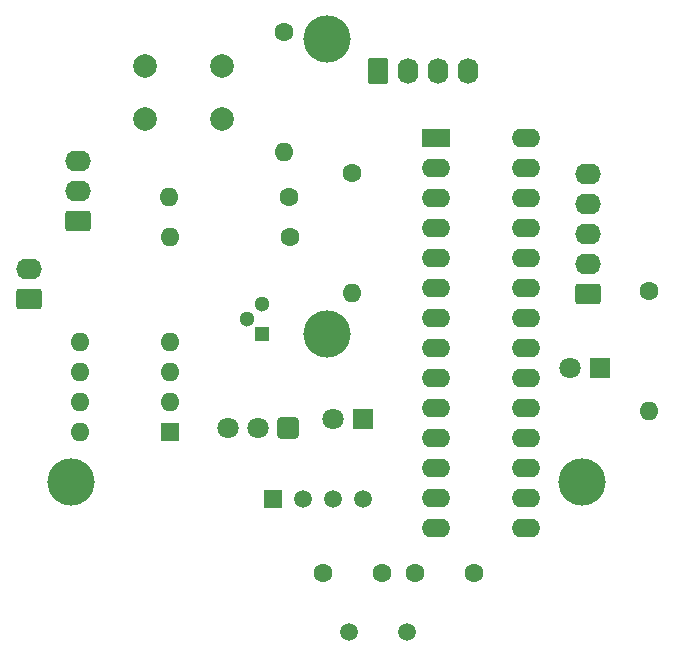
<source format=gbr>
%TF.GenerationSoftware,KiCad,Pcbnew,(6.0.7-1)-1*%
%TF.CreationDate,2022-10-17T13:14:11+05:30*%
%TF.ProjectId,Ac Temp Control ,41632054-656d-4702-9043-6f6e74726f6c,rev?*%
%TF.SameCoordinates,Original*%
%TF.FileFunction,Copper,L2,Bot*%
%TF.FilePolarity,Positive*%
%FSLAX46Y46*%
G04 Gerber Fmt 4.6, Leading zero omitted, Abs format (unit mm)*
G04 Created by KiCad (PCBNEW (6.0.7-1)-1) date 2022-10-17 13:14:11*
%MOMM*%
%LPD*%
G01*
G04 APERTURE LIST*
G04 Aperture macros list*
%AMRoundRect*
0 Rectangle with rounded corners*
0 $1 Rounding radius*
0 $2 $3 $4 $5 $6 $7 $8 $9 X,Y pos of 4 corners*
0 Add a 4 corners polygon primitive as box body*
4,1,4,$2,$3,$4,$5,$6,$7,$8,$9,$2,$3,0*
0 Add four circle primitives for the rounded corners*
1,1,$1+$1,$2,$3*
1,1,$1+$1,$4,$5*
1,1,$1+$1,$6,$7*
1,1,$1+$1,$8,$9*
0 Add four rect primitives between the rounded corners*
20,1,$1+$1,$2,$3,$4,$5,0*
20,1,$1+$1,$4,$5,$6,$7,0*
20,1,$1+$1,$6,$7,$8,$9,0*
20,1,$1+$1,$8,$9,$2,$3,0*%
G04 Aperture macros list end*
%TA.AperFunction,ComponentPad*%
%ADD10R,2.400000X1.600000*%
%TD*%
%TA.AperFunction,ComponentPad*%
%ADD11O,2.400000X1.600000*%
%TD*%
%TA.AperFunction,ComponentPad*%
%ADD12C,1.500000*%
%TD*%
%TA.AperFunction,ComponentPad*%
%ADD13C,1.600000*%
%TD*%
%TA.AperFunction,ComponentPad*%
%ADD14O,1.600000X1.600000*%
%TD*%
%TA.AperFunction,ComponentPad*%
%ADD15RoundRect,0.250000X0.845000X-0.620000X0.845000X0.620000X-0.845000X0.620000X-0.845000X-0.620000X0*%
%TD*%
%TA.AperFunction,ComponentPad*%
%ADD16O,2.190000X1.740000*%
%TD*%
%TA.AperFunction,ComponentPad*%
%ADD17C,2.000000*%
%TD*%
%TA.AperFunction,ComponentPad*%
%ADD18R,1.600000X1.600000*%
%TD*%
%TA.AperFunction,ComponentPad*%
%ADD19RoundRect,0.250000X-0.620000X-0.845000X0.620000X-0.845000X0.620000X0.845000X-0.620000X0.845000X0*%
%TD*%
%TA.AperFunction,ComponentPad*%
%ADD20O,1.740000X2.190000*%
%TD*%
%TA.AperFunction,ComponentPad*%
%ADD21R,1.800000X1.800000*%
%TD*%
%TA.AperFunction,ComponentPad*%
%ADD22C,1.800000*%
%TD*%
%TA.AperFunction,ComponentPad*%
%ADD23RoundRect,0.250200X0.649800X0.649800X-0.649800X0.649800X-0.649800X-0.649800X0.649800X-0.649800X0*%
%TD*%
%TA.AperFunction,ComponentPad*%
%ADD24R,1.300000X1.300000*%
%TD*%
%TA.AperFunction,ComponentPad*%
%ADD25C,1.300000*%
%TD*%
%TA.AperFunction,ComponentPad*%
%ADD26R,1.500000X1.500000*%
%TD*%
%TA.AperFunction,ViaPad*%
%ADD27C,4.000000*%
%TD*%
G04 APERTURE END LIST*
D10*
%TO.P,U1,1,~{RESET}/PC6*%
%TO.N,Net-(R3-Pad1)*%
X153781802Y-87906802D03*
D11*
%TO.P,U1,2,PD0*%
%TO.N,Net-(U1-Pad2)*%
X153781802Y-90446802D03*
%TO.P,U1,3,PD1*%
%TO.N,Net-(R1-Pad1)*%
X153781802Y-92986802D03*
%TO.P,U1,4,PD2*%
%TO.N,Net-(U1-Pad4)*%
X153781802Y-95526802D03*
%TO.P,U1,5,PD3*%
%TO.N,Net-(J2-Pad3)*%
X153781802Y-98066802D03*
%TO.P,U1,6,PD4*%
%TO.N,Net-(J2-Pad2)*%
X153781802Y-100606802D03*
%TO.P,U1,7,VCC*%
%TO.N,Net-(D1-Pad2)*%
X153781802Y-103146802D03*
%TO.P,U1,8,GND*%
%TO.N,GND*%
X153781802Y-105686802D03*
%TO.P,U1,9,XTAL1/PB6*%
%TO.N,Net-(C1-Pad1)*%
X153781802Y-108226802D03*
%TO.P,U1,10,XTAL2/PB7*%
%TO.N,Net-(C2-Pad1)*%
X153781802Y-110766802D03*
%TO.P,U1,11,PD5*%
%TO.N,Net-(J2-Pad1)*%
X153781802Y-113306802D03*
%TO.P,U1,12,PD6*%
%TO.N,unconnected-(U1-Pad12)*%
X153781802Y-115846802D03*
%TO.P,U1,13,PD7*%
%TO.N,unconnected-(U1-Pad13)*%
X153781802Y-118386802D03*
%TO.P,U1,14,PB0*%
%TO.N,unconnected-(U1-Pad14)*%
X153781802Y-120926802D03*
%TO.P,U1,15,PB1*%
%TO.N,unconnected-(U1-Pad15)*%
X161401802Y-120926802D03*
%TO.P,U1,16,PB2*%
%TO.N,unconnected-(U1-Pad16)*%
X161401802Y-118386802D03*
%TO.P,U1,17,PB3*%
%TO.N,unconnected-(U1-Pad17)*%
X161401802Y-115846802D03*
%TO.P,U1,18,PB4*%
%TO.N,unconnected-(U1-Pad18)*%
X161401802Y-113306802D03*
%TO.P,U1,19,PB5*%
%TO.N,Net-(R2-Pad2)*%
X161401802Y-110766802D03*
%TO.P,U1,20,AVCC*%
%TO.N,Net-(D1-Pad2)*%
X161401802Y-108226802D03*
%TO.P,U1,21,AREF*%
%TO.N,AREF*%
X161401802Y-105686802D03*
%TO.P,U1,22,GND*%
%TO.N,GND*%
X161401802Y-103146802D03*
%TO.P,U1,23,PC0*%
%TO.N,unconnected-(U1-Pad23)*%
X161401802Y-100606802D03*
%TO.P,U1,24,PC1*%
%TO.N,unconnected-(U1-Pad24)*%
X161401802Y-98066802D03*
%TO.P,U1,25,PC2*%
%TO.N,unconnected-(U1-Pad25)*%
X161401802Y-95526802D03*
%TO.P,U1,26,PC3*%
%TO.N,unconnected-(U1-Pad26)*%
X161401802Y-92986802D03*
%TO.P,U1,27,PC4*%
%TO.N,Net-(DISPLAY1-Pad4)*%
X161401802Y-90446802D03*
%TO.P,U1,28,PC5*%
%TO.N,Net-(DISPLAY1-Pad3)*%
X161401802Y-87906802D03*
%TD*%
D12*
%TO.P,Y1,1,1*%
%TO.N,Net-(C1-Pad1)*%
X146381802Y-129781802D03*
%TO.P,Y1,2,2*%
%TO.N,Net-(C2-Pad1)*%
X151281802Y-129781802D03*
%TD*%
D13*
%TO.P,R3,1*%
%TO.N,Net-(R3-Pad1)*%
X140881802Y-78901802D03*
D14*
%TO.P,R3,2*%
%TO.N,Net-(D1-Pad2)*%
X140881802Y-89061802D03*
%TD*%
D15*
%TO.P,VR1,1,IN*%
%TO.N,Net-(J1-Pad1)*%
X123401802Y-94971802D03*
D16*
%TO.P,VR1,2,GND*%
%TO.N,GND*%
X123401802Y-92431802D03*
%TO.P,VR1,3,OUT*%
%TO.N,Net-(D1-Pad2)*%
X123401802Y-89891802D03*
%TD*%
D17*
%TO.P,SW1,1,1*%
%TO.N,GND*%
X129081802Y-81781802D03*
X135581802Y-81781802D03*
%TO.P,SW1,2,2*%
%TO.N,Net-(R3-Pad1)*%
X129081802Y-86281802D03*
X135581802Y-86281802D03*
%TD*%
D13*
%TO.P,R1,1*%
%TO.N,Net-(R1-Pad1)*%
X146631802Y-90901802D03*
D14*
%TO.P,R1,2*%
%TO.N,Net-(Q1-Pad2)*%
X146631802Y-101061802D03*
%TD*%
D18*
%TO.P,U4,1,A0*%
%TO.N,GND*%
X131231802Y-112781802D03*
D14*
%TO.P,U4,2,A1*%
X131231802Y-110241802D03*
%TO.P,U4,3,A2*%
%TO.N,Net-(D1-Pad2)*%
X131231802Y-107701802D03*
%TO.P,U4,4,GND*%
%TO.N,GND*%
X131231802Y-105161802D03*
%TO.P,U4,5,SDA*%
%TO.N,Net-(DISPLAY1-Pad4)*%
X123611802Y-105161802D03*
%TO.P,U4,6,SCL*%
%TO.N,Net-(DISPLAY1-Pad3)*%
X123611802Y-107701802D03*
%TO.P,U4,7,WP*%
%TO.N,GND*%
X123611802Y-110241802D03*
%TO.P,U4,8,VCC*%
%TO.N,Net-(D1-Pad2)*%
X123611802Y-112781802D03*
%TD*%
D15*
%TO.P,J1,1,Pin_1*%
%TO.N,Net-(J1-Pad1)*%
X119281802Y-101531802D03*
D16*
%TO.P,J1,2,Pin_2*%
%TO.N,GND*%
X119281802Y-98991802D03*
%TD*%
D19*
%TO.P,DISPLAY1,1,GND*%
%TO.N,GND*%
X148871802Y-82201802D03*
D20*
%TO.P,DISPLAY1,2,VCC*%
%TO.N,Net-(D1-Pad2)*%
X151411802Y-82201802D03*
%TO.P,DISPLAY1,3,SCL*%
%TO.N,Net-(DISPLAY1-Pad3)*%
X153951802Y-82201802D03*
%TO.P,DISPLAY1,4,SDA*%
%TO.N,Net-(DISPLAY1-Pad4)*%
X156491802Y-82201802D03*
%TD*%
D13*
%TO.P,C1,1,1*%
%TO.N,Net-(C1-Pad1)*%
X144131802Y-124731802D03*
%TO.P,C1,2,2*%
%TO.N,GND*%
X149131802Y-124731802D03*
%TD*%
D21*
%TO.P,D1,1,K*%
%TO.N,Net-(D1-Pad1)*%
X167631802Y-107381802D03*
D22*
%TO.P,D1,2,A*%
%TO.N,Net-(D1-Pad2)*%
X165091802Y-107381802D03*
%TD*%
D13*
%TO.P,C2,1,1*%
%TO.N,Net-(C2-Pad1)*%
X156931802Y-124731802D03*
%TO.P,C2,2,2*%
%TO.N,GND*%
X151931802Y-124731802D03*
%TD*%
D15*
%TO.P,J2,1,Pin_1*%
%TO.N,Net-(J2-Pad1)*%
X166651802Y-101111802D03*
D16*
%TO.P,J2,2,Pin_2*%
%TO.N,Net-(J2-Pad2)*%
X166651802Y-98571802D03*
%TO.P,J2,3,Pin_3*%
%TO.N,Net-(J2-Pad3)*%
X166651802Y-96031802D03*
%TO.P,J2,4,Pin_4*%
%TO.N,Net-(D1-Pad2)*%
X166651802Y-93491802D03*
%TO.P,J2,5,Pin_5*%
%TO.N,GND*%
X166651802Y-90951802D03*
%TD*%
D13*
%TO.P,R5,1*%
%TO.N,Net-(DISPLAY1-Pad3)*%
X141381802Y-96331802D03*
D14*
%TO.P,R5,2*%
%TO.N,Net-(D1-Pad2)*%
X131221802Y-96331802D03*
%TD*%
D21*
%TO.P,D2,1*%
%TO.N,Net-(D2-PadA)*%
X147531802Y-111731802D03*
D22*
%TO.P,D2,2*%
%TO.N,Net-(D1-Pad2)*%
X144991802Y-111731802D03*
%TD*%
D13*
%TO.P,R2,1*%
%TO.N,Net-(D1-Pad1)*%
X171781802Y-100881802D03*
D14*
%TO.P,R2,2*%
%TO.N,Net-(R2-Pad2)*%
X171781802Y-111041802D03*
%TD*%
D23*
%TO.P,U3,1,OUT*%
%TO.N,Net-(U1-Pad4)*%
X141181802Y-112481802D03*
D22*
%TO.P,U3,2,GND*%
%TO.N,GND*%
X138641802Y-112481802D03*
%TO.P,U3,3,Vs*%
%TO.N,Net-(D1-Pad2)*%
X136101802Y-112481802D03*
%TD*%
D24*
%TO.P,Q1,1,C*%
%TO.N,Net-(D2-PadA)*%
X138981802Y-104521802D03*
D25*
%TO.P,Q1,2,B*%
%TO.N,Net-(Q1-Pad2)*%
X137711802Y-103251802D03*
%TO.P,Q1,3,E*%
%TO.N,GND*%
X138981802Y-101981802D03*
%TD*%
D13*
%TO.P,R4,1*%
%TO.N,Net-(DISPLAY1-Pad4)*%
X141281802Y-92931802D03*
D14*
%TO.P,R4,2*%
%TO.N,Net-(D1-Pad2)*%
X131121802Y-92931802D03*
%TD*%
D26*
%TO.P,U2,1,VCC*%
%TO.N,Net-(D1-Pad2)*%
X139969302Y-118484302D03*
D12*
%TO.P,U2,2,IO*%
%TO.N,Net-(U1-Pad2)*%
X142509302Y-118484302D03*
%TO.P,U2,3,NC*%
%TO.N,unconnected-(U2-Pad3)*%
X145049302Y-118484302D03*
%TO.P,U2,4,GND*%
%TO.N,GND*%
X147589302Y-118484302D03*
%TD*%
D27*
%TO.N,*%
X144481802Y-79531802D03*
X166131802Y-117081802D03*
X122831802Y-117081802D03*
X144481802Y-104531802D03*
%TD*%
M02*

</source>
